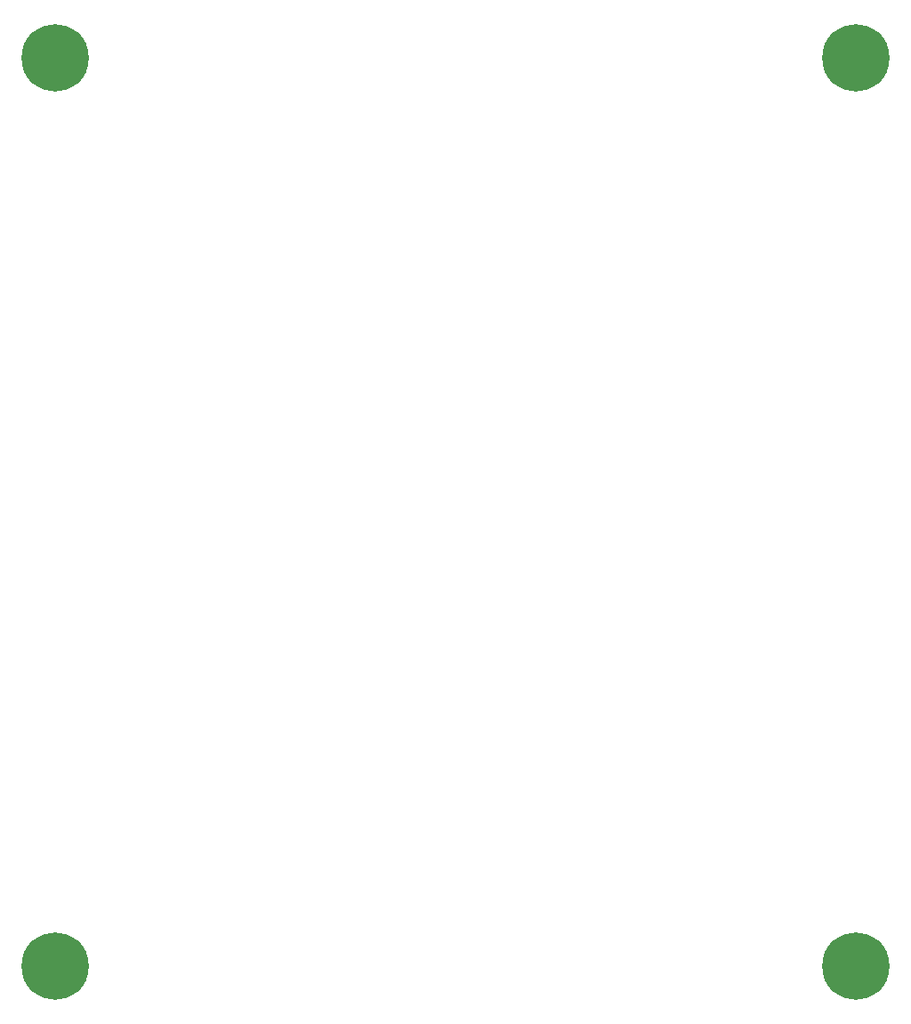
<source format=gts>
G04 #@! TF.GenerationSoftware,KiCad,Pcbnew,6.0.5+dfsg-1~bpo11+1*
G04 #@! TF.CreationDate,2022-10-16T01:22:10+00:00*
G04 #@! TF.ProjectId,phasor_II_front_panel,70686173-6f72-45f4-9949-5f66726f6e74,0*
G04 #@! TF.SameCoordinates,Original*
G04 #@! TF.FileFunction,Soldermask,Top*
G04 #@! TF.FilePolarity,Negative*
%FSLAX46Y46*%
G04 Gerber Fmt 4.6, Leading zero omitted, Abs format (unit mm)*
G04 Created by KiCad (PCBNEW 6.0.5+dfsg-1~bpo11+1) date 2022-10-16 01:22:10*
%MOMM*%
%LPD*%
G01*
G04 APERTURE LIST*
%ADD10C,0.800000*%
%ADD11C,6.400000*%
G04 APERTURE END LIST*
D10*
X189911056Y-56722944D03*
X186516944Y-60117056D03*
X188214000Y-56020000D03*
X190614000Y-58420000D03*
D11*
X188214000Y-58420000D03*
D10*
X186516944Y-56722944D03*
X185814000Y-58420000D03*
X189911056Y-60117056D03*
X188214000Y-60820000D03*
X188214000Y-142380000D03*
X186516944Y-146477056D03*
X185814000Y-144780000D03*
X190614000Y-144780000D03*
X189911056Y-143082944D03*
X189911056Y-146477056D03*
X186516944Y-143082944D03*
D11*
X188214000Y-144780000D03*
D10*
X188214000Y-147180000D03*
X109614000Y-144780000D03*
X112014000Y-142380000D03*
X113711056Y-146477056D03*
X110316944Y-143082944D03*
X113711056Y-143082944D03*
X110316944Y-146477056D03*
D11*
X112014000Y-144780000D03*
D10*
X112014000Y-147180000D03*
X114414000Y-144780000D03*
X110316944Y-56722944D03*
X112014000Y-60820000D03*
X109614000Y-58420000D03*
X113711056Y-56722944D03*
D11*
X112014000Y-58420000D03*
D10*
X112014000Y-56020000D03*
X114414000Y-58420000D03*
X110316944Y-60117056D03*
X113711056Y-60117056D03*
M02*

</source>
